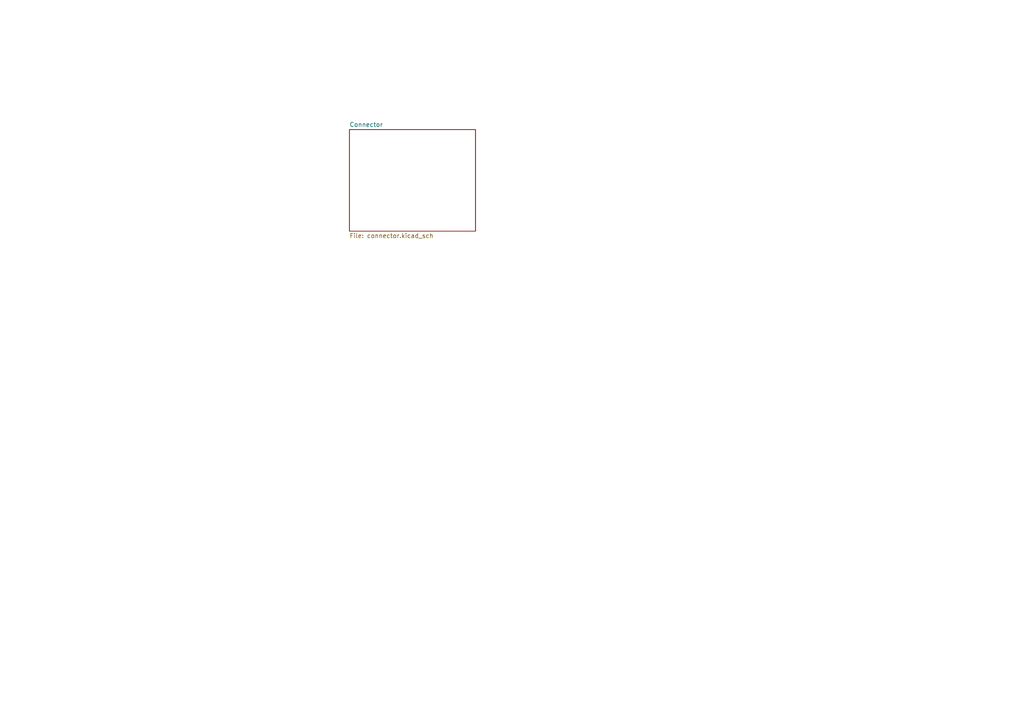
<source format=kicad_sch>
(kicad_sch
	(version 20250114)
	(generator "eeschema")
	(generator_version "9.0")
	(uuid "093583c2-2940-4df7-90b7-f1a2eef92dd2")
	(paper "A4")
	(lib_symbols)
	(sheet
		(at 101.346 37.592)
		(size 36.576 29.464)
		(exclude_from_sim no)
		(in_bom yes)
		(on_board yes)
		(dnp no)
		(fields_autoplaced yes)
		(stroke
			(width 0.1524)
			(type solid)
		)
		(fill
			(color 0 0 0 0.0000)
		)
		(uuid "d77e7458-0e5a-45be-8dc3-10d74aa47b7d")
		(property "Sheetname" "Connector"
			(at 101.346 36.8804 0)
			(effects
				(font
					(size 1.27 1.27)
				)
				(justify left bottom)
			)
		)
		(property "Sheetfile" "connector.kicad_sch"
			(at 101.346 67.6406 0)
			(effects
				(font
					(size 1.27 1.27)
				)
				(justify left top)
			)
		)
		(instances
			(project "FlipperZeroExp_Template"
				(path "/093583c2-2940-4df7-90b7-f1a2eef92dd2"
					(page "2")
				)
			)
		)
	)
	(sheet_instances
		(path "/"
			(page "1")
		)
	)
	(embedded_fonts no)
)

</source>
